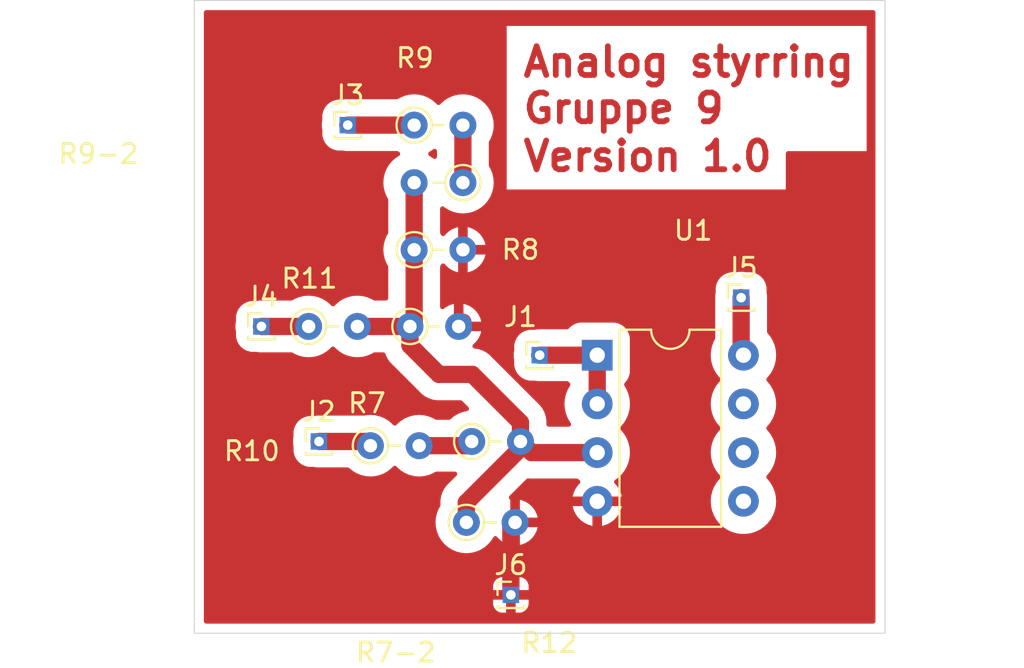
<source format=kicad_pcb>
(kicad_pcb (version 20240108) (generator "pcbnew") (generator_version "8.0")
  (layers (0 "F.Cu" signal) (31 "B.Cu" signal) (34 "B.Paste" user) (35 "F.Paste" user) (36 "B.SilkS" user "B.Silkscreen") (37 "F.SilkS" user "F.Silkscreen") (38 "B.Mask" user) (39 "F.Mask" user) (44 "Edge.Cuts" user))
  (net 0 "")
  (net 1 "Net-(R7-2-Pad1)")
  (net 2 "Net-(U1-I)")
  (net 3 "Earth")
  (net 4 "Net-(R9-2-Pad1)")
  (net 8 "Net-(J3-Pin_1)")
  (net 9 "Net-(J4-Pin_1)")
  (net 10 "Net-(J1-Pin_1)")
  (net 11 "Net-(J2-Pin_1)")
  (net 12 "Net-(J5-Pin_1)")
  (footprint "Connector_PinHeader_1.00mm:PinHeader_1x01_P1.00mm_Vertical" (layer "F.Cu") (at 46 45.5)
    (property "Reference" "J6" (at 0 -1.56 0) (layer "F.SilkS"))
    (property "Value" "Conn_01x01_Pin")
    (fp_line (start -0.695 -0.685) (end 0 -0.685) (stroke (width 0.12)) (layer "F.SilkS"))
    (fp_line (start -0.695 0) (end -0.695 -0.685) (stroke (width 0.12)) (layer "F.SilkS"))
    (fp_line (start -0.695 0.685) (end -0.695 0.56) (stroke (width 0.12)) (layer "F.SilkS"))
    (fp_line (start -0.695 0.685) (end -0.608276 0.685) (stroke (width 0.12)) (layer "F.SilkS"))
    (fp_line (start -0.695 0.685) (end 0.695 0.685) (stroke (width 0.12)) (layer "F.SilkS"))
    (fp_line (start 0.608276 0.685) (end 0.695 0.685) (stroke (width 0.12)) (layer "F.SilkS"))
    (fp_line (start 0.695 0.685) (end 0.695 0.56) (stroke (width 0.12)) (layer "F.SilkS"))
    (pad "1" thru_hole rect (at 0 0) (size 0.85 0.85) (drill 0.5) (layers "*.Cu" "*.Mask") (net 3 "Earth"))
  )
  (footprint "Resistor_THT:R_Axial_DIN0204_L3.6mm_D1.6mm_P2.54mm_Vertical" (layer "F.Cu") (at 38.68 37.72)
    (property "Reference" "R7" (at -0.18 -2.22 0) (layer "F.SilkS"))
    (property "Value" "200R")
    (fp_line (start 0.92 0) (end 1.54 0) (stroke (width 0.12)) (layer "F.SilkS"))
    (fp_circle (center 0 0) (end 0.92 0) (stroke (width 0.12)) (fill none) (layer "F.SilkS"))
    (pad "1" thru_hole circle (at 0 0) (size 1.4 1.4) (drill 0.7) (layers "*.Cu" "*.Mask") (net 11 "Net-(J2-Pin_1)"))
    (pad "2" thru_hole oval (at 2.54 0) (size 1.4 1.4) (drill 0.7) (layers "*.Cu" "*.Mask") (net 1 "Net-(R7-2-Pad1)"))
  )
  (footprint "Resistor_THT:R_Axial_DIN0204_L3.6mm_D1.6mm_P2.54mm_Vertical" (layer "F.Cu") (at 43.5 24 180)
    (property "Reference" "R9-2" (at 19 1.5 360) (layer "F.SilkS"))
    (property "Value" "46K4")
    (fp_line (start 0.92 0) (end 1.54 0) (stroke (width 0.12)) (layer "F.SilkS"))
    (fp_circle (center 0 0) (end 0.92 0) (stroke (width 0.12)) (fill none) (layer "F.SilkS"))
    (pad "1" thru_hole circle (at 0 0 180) (size 1.4 1.4) (drill 0.7) (layers "*.Cu" "*.Mask") (net 4 "Net-(R9-2-Pad1)"))
    (pad "2" thru_hole oval (at 2.54 0 180) (size 1.4 1.4) (drill 0.7) (layers "*.Cu" "*.Mask") (net 2 "Net-(U1-I)"))
  )
  (footprint "Connector_PinHeader_1.00mm:PinHeader_1x01_P1.00mm_Vertical" (layer "F.Cu") (at 47.5 33)
    (property "Reference" "J1" (at -1 -2 0) (layer "F.SilkS"))
    (property "Value" "Conn_01x01_Pin")
    (fp_line (start -0.695 -0.685) (end 0 -0.685) (stroke (width 0.12)) (layer "F.SilkS"))
    (fp_line (start -0.695 0) (end -0.695 -0.685) (stroke (width 0.12)) (layer "F.SilkS"))
    (fp_line (start -0.695 0.685) (end -0.695 0.56) (stroke (width 0.12)) (layer "F.SilkS"))
    (fp_line (start -0.695 0.685) (end -0.608276 0.685) (stroke (width 0.12)) (layer "F.SilkS"))
    (fp_line (start -0.695 0.685) (end 0.695 0.685) (stroke (width 0.12)) (layer "F.SilkS"))
    (fp_line (start 0.608276 0.685) (end 0.695 0.685) (stroke (width 0.12)) (layer "F.SilkS"))
    (fp_line (start 0.695 0.685) (end 0.695 0.56) (stroke (width 0.12)) (layer "F.SilkS"))
    (pad "1" thru_hole rect (at 0 0) (size 0.85 0.85) (drill 0.5) (layers "*.Cu" "*.Mask") (net 10 "Net-(J1-Pin_1)"))
  )
  (footprint "Connector_PinHeader_1.00mm:PinHeader_1x01_P1.00mm_Vertical" (layer "F.Cu") (at 58 30)
    (property "Reference" "J5" (at 0 -1.56 0) (layer "F.SilkS"))
    (property "Value" "Conn_01x01_Pin")
    (fp_line (start -0.695 -0.685) (end 0 -0.685) (stroke (width 0.12)) (layer "F.SilkS"))
    (fp_line (start -0.695 0) (end -0.695 -0.685) (stroke (width 0.12)) (layer "F.SilkS"))
    (fp_line (start -0.695 0.685) (end -0.695 0.56) (stroke (width 0.12)) (layer "F.SilkS"))
    (fp_line (start -0.695 0.685) (end -0.608276 0.685) (stroke (width 0.12)) (layer "F.SilkS"))
    (fp_line (start -0.695 0.685) (end 0.695 0.685) (stroke (width 0.12)) (layer "F.SilkS"))
    (fp_line (start 0.608276 0.685) (end 0.695 0.685) (stroke (width 0.12)) (layer "F.SilkS"))
    (fp_line (start 0.695 0.685) (end 0.695 0.56) (stroke (width 0.12)) (layer "F.SilkS"))
    (pad "1" thru_hole rect (at 0 0) (size 0.85 0.85) (drill 0.5) (layers "*.Cu" "*.Mask") (net 12 "Net-(J5-Pin_1)"))
  )
  (footprint "Resistor_THT:R_Axial_DIN0204_L3.6mm_D1.6mm_P2.54mm_Vertical" (layer "F.Cu") (at 40.74 31.5)
    (property "Reference" "R10" (at -8.24 6.5 0) (layer "F.SilkS"))
    (property "Value" "45K")
    (fp_line (start 0.92 0) (end 1.54 0) (stroke (width 0.12)) (layer "F.SilkS"))
    (fp_circle (center 0 0) (end 0.92 0) (stroke (width 0.12)) (fill none) (layer "F.SilkS"))
    (pad "1" thru_hole circle (at 0 0) (size 1.4 1.4) (drill 0.7) (layers "*.Cu" "*.Mask") (net 2 "Net-(U1-I)"))
    (pad "2" thru_hole oval (at 2.54 0) (size 1.4 1.4) (drill 0.7) (layers "*.Cu" "*.Mask") (net 3 "Earth"))
  )
  (footprint "Resistor_THT:R_Axial_DIN0204_L3.6mm_D1.6mm_P2.54mm_Vertical" (layer "F.Cu") (at 40.96 27.5)
    (property "Reference" "R8" (at 5.54 0 0) (layer "F.SilkS"))
    (property "Value" "45K")
    (fp_line (start 0.92 0) (end 1.54 0) (stroke (width 0.12)) (layer "F.SilkS"))
    (fp_circle (center 0 0) (end 0.92 0) (stroke (width 0.12)) (fill none) (layer "F.SilkS"))
    (pad "1" thru_hole circle (at 0 0) (size 1.4 1.4) (drill 0.7) (layers "*.Cu" "*.Mask") (net 2 "Net-(U1-I)"))
    (pad "2" thru_hole oval (at 2.54 0) (size 1.4 1.4) (drill 0.7) (layers "*.Cu" "*.Mask") (net 3 "Earth"))
  )
  (footprint "Resistor_THT:R_Axial_DIN0204_L3.6mm_D1.6mm_P2.54mm_Vertical" (layer "F.Cu") (at 43.96 37.5)
    (property "Reference" "R7-2" (at -3.96 11 0) (layer "F.SilkS"))
    (property "Value" "30K9")
    (fp_line (start 0.92 0) (end 1.54 0) (stroke (width 0.12)) (layer "F.SilkS"))
    (fp_circle (center 0 0) (end 0.92 0) (stroke (width 0.12)) (fill none) (layer "F.SilkS"))
    (pad "1" thru_hole circle (at 0 0) (size 1.4 1.4) (drill 0.7) (layers "*.Cu" "*.Mask") (net 1 "Net-(R7-2-Pad1)"))
    (pad "2" thru_hole oval (at 2.54 0) (size 1.4 1.4) (drill 0.7) (layers "*.Cu" "*.Mask") (net 2 "Net-(U1-I)"))
  )
  (footprint "Connector_PinHeader_1.00mm:PinHeader_1x01_P1.00mm_Vertical" (layer "F.Cu") (at 33 31.5)
    (property "Reference" "J4" (at 0 -1.56 0) (layer "F.SilkS"))
    (property "Value" "Conn_01x01_Pin")
    (fp_line (start -0.695 -0.685) (end 0 -0.685) (stroke (width 0.12)) (layer "F.SilkS"))
    (fp_line (start -0.695 0) (end -0.695 -0.685) (stroke (width 0.12)) (layer "F.SilkS"))
    (fp_line (start -0.695 0.685) (end -0.695 0.56) (stroke (width 0.12)) (layer "F.SilkS"))
    (fp_line (start -0.695 0.685) (end -0.608276 0.685) (stroke (width 0.12)) (layer "F.SilkS"))
    (fp_line (start -0.695 0.685) (end 0.695 0.685) (stroke (width 0.12)) (layer "F.SilkS"))
    (fp_line (start 0.608276 0.685) (end 0.695 0.685) (stroke (width 0.12)) (layer "F.SilkS"))
    (fp_line (start 0.695 0.685) (end 0.695 0.56) (stroke (width 0.12)) (layer "F.SilkS"))
    (pad "1" thru_hole rect (at 0 0) (size 0.85 0.85) (drill 0.5) (layers "*.Cu" "*.Mask") (net 9 "Net-(J4-Pin_1)"))
  )
  (footprint "Connector_PinHeader_1.00mm:PinHeader_1x01_P1.00mm_Vertical" (layer "F.Cu") (at 36 37.5)
    (property "Reference" "J2" (at 0 -1.56 0) (layer "F.SilkS"))
    (property "Value" "Conn_01x01_Pin")
    (fp_line (start -0.695 -0.685) (end 0 -0.685) (stroke (width 0.12)) (layer "F.SilkS"))
    (fp_line (start -0.695 0) (end -0.695 -0.685) (stroke (width 0.12)) (layer "F.SilkS"))
    (fp_line (start -0.695 0.685) (end -0.695 0.56) (stroke (width 0.12)) (layer "F.SilkS"))
    (fp_line (start -0.695 0.685) (end -0.608276 0.685) (stroke (width 0.12)) (layer "F.SilkS"))
    (fp_line (start -0.695 0.685) (end 0.695 0.685) (stroke (width 0.12)) (layer "F.SilkS"))
    (fp_line (start 0.608276 0.685) (end 0.695 0.685) (stroke (width 0.12)) (layer "F.SilkS"))
    (fp_line (start 0.695 0.685) (end 0.695 0.56) (stroke (width 0.12)) (layer "F.SilkS"))
    (pad "1" thru_hole rect (at 0 0) (size 0.85 0.85) (drill 0.5) (layers "*.Cu" "*.Mask") (net 11 "Net-(J2-Pin_1)"))
  )
  (footprint "Resistor_THT:R_Axial_DIN0204_L3.6mm_D1.6mm_P2.54mm_Vertical" (layer "F.Cu") (at 35.46 31.5)
    (property "Reference" "R11" (at 0.04 -2.5 0) (layer "F.SilkS"))
    (property "Value" "75K")
    (fp_line (start 0.92 0) (end 1.54 0) (stroke (width 0.12)) (layer "F.SilkS"))
    (fp_circle (center 0 0) (end 0.92 0) (stroke (width 0.12)) (fill none) (layer "F.SilkS"))
    (pad "1" thru_hole circle (at 0 0) (size 1.4 1.4) (drill 0.7) (layers "*.Cu" "*.Mask") (net 9 "Net-(J4-Pin_1)"))
    (pad "2" thru_hole oval (at 2.54 0) (size 1.4 1.4) (drill 0.7) (layers "*.Cu" "*.Mask") (net 2 "Net-(U1-I)"))
  )
  (footprint "Package_DIP:DIP-8_W7.62mm" (layer "F.Cu") (at 50.5 33)
    (property "Reference" "U1" (at 5 -6.5 0) (layer "F.SilkS"))
    (property "Value" "LF398_DIP8")
    (fp_line (start 1.16 -1.33) (end 1.16 8.95) (stroke (width 0.12)) (layer "F.SilkS"))
    (fp_line (start 1.16 8.95) (end 6.46 8.95) (stroke (width 0.12)) (layer "F.SilkS"))
    (fp_line (start 2.81 -1.33) (end 1.16 -1.33) (stroke (width 0.12)) (layer "F.SilkS"))
    (fp_line (start 6.46 -1.33) (end 4.81 -1.33) (stroke (width 0.12)) (layer "F.SilkS"))
    (fp_line (start 6.46 8.95) (end 6.46 -1.33) (stroke (width 0.12)) (layer "F.SilkS"))
    (fp_arc (start 4.81 -1.33) (mid 3.81 -0.33) (end 2.81 -1.33) (stroke (width 0.12)) (layer "F.SilkS"))
    (pad "1" thru_hole rect (at 0 0) (size 1.6 1.6) (drill 0.8) (layers "*.Cu" "*.Mask") (net 10 "Net-(J1-Pin_1)"))
    (pad "2" thru_hole oval (at 0 2.54) (size 1.6 1.6) (drill 0.8) (layers "*.Cu" "*.Mask") (net 10 "Net-(J1-Pin_1)"))
    (pad "3" thru_hole oval (at 0 5.08) (size 1.6 1.6) (drill 0.8) (layers "*.Cu" "*.Mask") (net 2 "Net-(U1-I)"))
    (pad "4" thru_hole oval (at 0 7.62) (size 1.6 1.6) (drill 0.8) (layers "*.Cu" "*.Mask") (net 3 "Earth"))
    (pad "5" thru_hole oval (at 7.62 7.62) (size 1.6 1.6) (drill 0.8) (layers "*.Cu" "*.Mask"))
    (pad "6" thru_hole oval (at 7.62 5.08) (size 1.6 1.6) (drill 0.8) (layers "*.Cu" "*.Mask"))
    (pad "7" thru_hole oval (at 7.62 2.54) (size 1.6 1.6) (drill 0.8) (layers "*.Cu" "*.Mask"))
    (pad "8" thru_hole oval (at 7.62 0) (size 1.6 1.6) (drill 0.8) (layers "*.Cu" "*.Mask") (net 12 "Net-(J5-Pin_1)"))
  )
  (footprint "Connector_PinHeader_1.00mm:PinHeader_1x01_P1.00mm_Vertical" (layer "F.Cu") (at 37.5 21)
    (property "Reference" "J3" (at 0 -1.56 0) (layer "F.SilkS"))
    (property "Value" "Conn_01x01_Pin")
    (fp_line (start -0.695 -0.685) (end 0 -0.685) (stroke (width 0.12)) (layer "F.SilkS"))
    (fp_line (start -0.695 0) (end -0.695 -0.685) (stroke (width 0.12)) (layer "F.SilkS"))
    (fp_line (start -0.695 0.685) (end -0.695 0.56) (stroke (width 0.12)) (layer "F.SilkS"))
    (fp_line (start -0.695 0.685) (end -0.608276 0.685) (stroke (width 0.12)) (layer "F.SilkS"))
    (fp_line (start -0.695 0.685) (end 0.695 0.685) (stroke (width 0.12)) (layer "F.SilkS"))
    (fp_line (start 0.608276 0.685) (end 0.695 0.685) (stroke (width 0.12)) (layer "F.SilkS"))
    (fp_line (start 0.695 0.685) (end 0.695 0.56) (stroke (width 0.12)) (layer "F.SilkS"))
    (pad "1" thru_hole rect (at 0 0) (size 0.85 0.85) (drill 0.5) (layers "*.Cu" "*.Mask") (net 8 "Net-(J3-Pin_1)"))
  )
  (footprint "Resistor_THT:R_Axial_DIN0204_L3.6mm_D1.6mm_P2.54mm_Vertical" (layer "F.Cu") (at 40.96 21)
    (property "Reference" "R9" (at 0.04 -3.5 360) (layer "F.SilkS"))
    (property "Value" "604R")
    (fp_line (start 0.92 0) (end 1.54 0) (stroke (width 0.12)) (layer "F.SilkS"))
    (fp_circle (center 0 0) (end 0.92 0) (stroke (width 0.12)) (fill none) (layer "F.SilkS"))
    (pad "1" thru_hole circle (at 0 0) (size 1.4 1.4) (drill 0.7) (layers "*.Cu" "*.Mask") (net 8 "Net-(J3-Pin_1)"))
    (pad "2" thru_hole oval (at 2.54 0) (size 1.4 1.4) (drill 0.7) (layers "*.Cu" "*.Mask") (net 4 "Net-(R9-2-Pad1)"))
  )
  (footprint "Resistor_THT:R_Axial_DIN0204_L3.6mm_D1.6mm_P2.54mm_Vertical" (layer "F.Cu") (at 43.68 41.72)
    (property "Reference" "R12" (at 4.32 6.28 360) (layer "F.SilkS"))
    (property "Value" "45K")
    (fp_line (start 0.92 0) (end 1.54 0) (stroke (width 0.12)) (layer "F.SilkS"))
    (fp_circle (center 0 0) (end 0.92 0) (stroke (width 0.12)) (fill none) (layer "F.SilkS"))
    (pad "1" thru_hole circle (at 0 0) (size 1.4 1.4) (drill 0.7) (layers "*.Cu" "*.Mask") (net 2 "Net-(U1-I)"))
    (pad "2" thru_hole oval (at 2.54 0) (size 1.4 1.4) (drill 0.7) (layers "*.Cu" "*.Mask") (net 3 "Earth"))
  )
  (gr_rect (start 29.5 14.5) (end 65.5 47.5) (stroke (width 0.05)) (fill none) (layer "Edge.Cuts"))
  (gr_text "Analog styrring \nGruppe 9" (at 46.5 21 0) (layer "F.Cu") (effects (font (size 1.5 1.5) (thickness 0.3) (bold yes)) (justify left bottom)))
  (gr_text "Version 1.0\n" (at 46.5 23.5 0) (layer "F.Cu") (effects (font (size 1.5 1.5) (thickness 0.3) (bold yes)) (justify left bottom)))
  (segment (start 41.22 37.72) (end 43.74 37.72) (width 0.9) (layer "F.Cu") (net 1))
  (segment (start 43.74 37.72) (end 43.96 37.5) (width 0.9) (layer "F.Cu") (net 1))
  (segment (start 46.5 36.510051) (end 43.989949 34) (width 0.9) (layer "F.Cu") (net 2))
  (segment (start 47.08 38.08) (end 46.5 37.5) (width 0.9) (layer "F.Cu") (net 2))
  (segment (start 43.989949 34) (end 42.250051 34) (width 0.9) (layer "F.Cu") (net 2))
  (segment (start 42.250051 34) (end 40.74 32.489949) (width 0.9) (layer "F.Cu") (net 2))
  (segment (start 46.5 37.5) (end 46.5 36.510051) (width 0.9) (layer "F.Cu") (net 2))
  (segment (start 43.68 40.679138) (end 46.5 37.859138) (width 0.9) (layer "F.Cu") (net 2))
  (segment (start 43.68 41.72) (end 43.68 40.679138) (width 0.9) (layer "F.Cu") (net 2))
  (segment (start 40.96 27.5) (end 40.96 31.28) (width 0.9) (layer "F.Cu") (net 2))
  (segment (start 40.96 31.28) (end 40.74 31.5) (width 0.9) (layer "F.Cu") (net 2))
  (segment (start 40.74 32.489949) (end 40.74 31.5) (width 0.9) (layer "F.Cu") (net 2))
  (segment (start 50.5 38.08) (end 47.08 38.08) (width 0.9) (layer "F.Cu") (net 2))
  (segment (start 40.96 24) (end 40.96 27.5) (width 0.9) (layer "F.Cu") (net 2))
  (segment (start 40.74 31.5) (end 38 31.5) (width 0.9) (layer "F.Cu") (net 2))
  (segment (start 46.5 37.859138) (end 46.5 37.5) (width 0.9) (layer "F.Cu") (net 2))
  (segment (start 46 45.5) (end 46 41.94) (width 0.9) (layer "F.Cu") (net 3))
  (segment (start 43.5 31.28) (end 43.28 31.5) (width 0.9) (layer "F.Cu") (net 3))
  (segment (start 46 41.94) (end 46.22 41.72) (width 0.9) (layer "F.Cu") (net 3))
  (segment (start 43.5 24) (end 43.5 21) (width 0.9) (layer "F.Cu") (net 4))
  (segment (start 37.5 21) (end 40.96 21) (width 0.9) (layer "F.Cu") (net 8))
  (segment (start 33 31.5) (end 35.46 31.5) (width 0.9) (layer "F.Cu") (net 9))
  (segment (start 47.5 33) (end 50.5 33) (width 0.9) (layer "F.Cu") (net 10))
  (segment (start 50.5 35.54) (end 50.5 33) (width 0.9) (layer "F.Cu") (net 10))
  (segment (start 38.46 37.5) (end 38.68 37.72) (width 0.9) (layer "F.Cu") (net 11))
  (segment (start 36 37.5) (end 38.46 37.5) (width 0.9) (layer "F.Cu") (net 11))
  (segment (start 58 30) (end 58 32.88) (width 0.9) (layer "F.Cu") (net 12))
  (segment (start 58 32.88) (end 58.12 33) (width 0.9) (layer "F.Cu") (net 12))
  (zone (net 3) (net_name "Earth") (layer "F.Cu") (connect_pads (clearance 0.5)) (min_thickness 0.25) (fill yes (thermal_gap 0.5) (thermal_bridge_width 0.5) (island_removal_mode 1) (island_area_min 10))
    (polygon (pts (xy 29.5 14.5) (xy 65.5 14.5) (xy 65.5 47.5) (xy 29.5 47.5)))
  )
)
</source>
